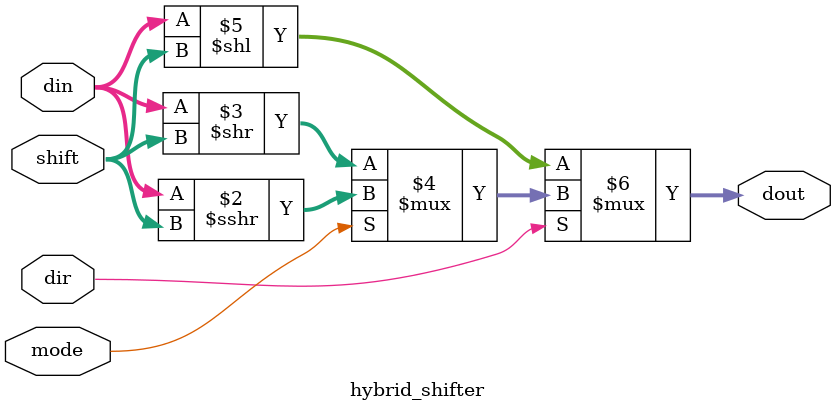
<source format=sv>
module hybrid_shifter #(
    parameter DATA_W = 16,
    parameter SHIFT_W = 4
)(
    input [DATA_W-1:0] din,
    input [SHIFT_W-1:0] shift,
    input dir,  // 0-left, 1-right
    input mode,  // 0-logical, 1-arithmetic
    output reg [DATA_W-1:0] dout
);
    
    always @(*) begin
        dout = dir ? (mode ? $signed(din) >>> shift : din >> shift) : din << shift;
    end
    
endmodule
</source>
